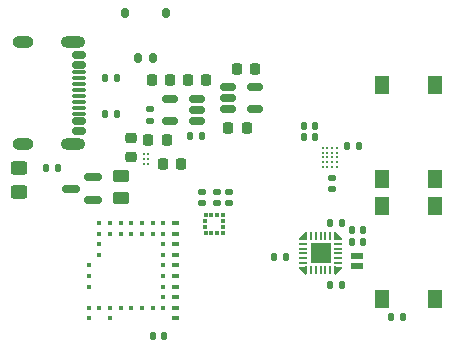
<source format=gbr>
%TF.GenerationSoftware,KiCad,Pcbnew,9.0.1+1*%
%TF.CreationDate,2025-09-06T09:54:07+00:00*%
%TF.ProjectId,ZSWatch-Heartrate-DevKit,5a535761-7463-4682-9d48-656172747261,1.3.0*%
%TF.SameCoordinates,Original*%
%TF.FileFunction,Paste,Top*%
%TF.FilePolarity,Positive*%
%FSLAX46Y46*%
G04 Gerber Fmt 4.6, Leading zero omitted, Abs format (unit mm)*
G04 Created by KiCad (PCBNEW 9.0.1+1) date 2025-09-06 09:54:07*
%MOMM*%
%LPD*%
G01*
G04 APERTURE LIST*
G04 Aperture macros list*
%AMRoundRect*
0 Rectangle with rounded corners*
0 $1 Rounding radius*
0 $2 $3 $4 $5 $6 $7 $8 $9 X,Y pos of 4 corners*
0 Add a 4 corners polygon primitive as box body*
4,1,4,$2,$3,$4,$5,$6,$7,$8,$9,$2,$3,0*
0 Add four circle primitives for the rounded corners*
1,1,$1+$1,$2,$3*
1,1,$1+$1,$4,$5*
1,1,$1+$1,$6,$7*
1,1,$1+$1,$8,$9*
0 Add four rect primitives between the rounded corners*
20,1,$1+$1,$2,$3,$4,$5,0*
20,1,$1+$1,$4,$5,$6,$7,0*
20,1,$1+$1,$6,$7,$8,$9,0*
20,1,$1+$1,$8,$9,$2,$3,0*%
%AMOutline4P*
0 Free polygon, 4 corners , with rotation*
0 The origin of the aperture is its center*
0 number of corners: always 4*
0 $1 to $8 corner X, Y*
0 $9 Rotation angle, in degrees counterclockwise*
0 create outline with 4 corners*
4,1,4,$1,$2,$3,$4,$5,$6,$7,$8,$1,$2,$9*%
G04 Aperture macros list end*
%ADD10RoundRect,0.225000X-0.225000X-0.250000X0.225000X-0.250000X0.225000X0.250000X-0.225000X0.250000X0*%
%ADD11RoundRect,0.140000X-0.140000X-0.170000X0.140000X-0.170000X0.140000X0.170000X-0.140000X0.170000X0*%
%ADD12RoundRect,0.140000X0.170000X-0.140000X0.170000X0.140000X-0.170000X0.140000X-0.170000X-0.140000X0*%
%ADD13RoundRect,0.250000X0.450000X-0.262500X0.450000X0.262500X-0.450000X0.262500X-0.450000X-0.262500X0*%
%ADD14C,0.230000*%
%ADD15RoundRect,0.150000X-0.425000X0.150000X-0.425000X-0.150000X0.425000X-0.150000X0.425000X0.150000X0*%
%ADD16RoundRect,0.075000X-0.500000X0.075000X-0.500000X-0.075000X0.500000X-0.075000X0.500000X0.075000X0*%
%ADD17O,2.100000X1.000000*%
%ADD18O,1.800000X1.000000*%
%ADD19RoundRect,0.135000X0.135000X0.185000X-0.135000X0.185000X-0.135000X-0.185000X0.135000X-0.185000X0*%
%ADD20RoundRect,0.135000X0.185000X-0.135000X0.185000X0.135000X-0.185000X0.135000X-0.185000X-0.135000X0*%
%ADD21RoundRect,0.140000X0.140000X0.170000X-0.140000X0.170000X-0.140000X-0.170000X0.140000X-0.170000X0*%
%ADD22RoundRect,0.250000X0.450000X-0.325000X0.450000X0.325000X-0.450000X0.325000X-0.450000X-0.325000X0*%
%ADD23R,1.140000X0.575000*%
%ADD24R,0.200000X0.700000*%
%ADD25Outline4P,-0.360000X-0.180000X0.360000X-0.180000X0.000000X0.180000X0.000000X0.180000X315.000000*%
%ADD26R,0.700000X0.200000*%
%ADD27Outline4P,-0.360000X-0.180000X0.360000X-0.180000X0.000000X0.180000X0.000000X0.180000X45.000000*%
%ADD28Outline4P,-0.360000X-0.180000X0.360000X-0.180000X0.000000X0.180000X0.000000X0.180000X135.000000*%
%ADD29Outline4P,-0.360000X-0.180000X0.360000X-0.180000X0.000000X0.180000X0.000000X0.180000X225.000000*%
%ADD30R,1.701800X1.701800*%
%ADD31RoundRect,0.150000X0.587500X0.150000X-0.587500X0.150000X-0.587500X-0.150000X0.587500X-0.150000X0*%
%ADD32R,1.300000X1.500000*%
%ADD33R,0.350000X0.375000*%
%ADD34R,0.375000X0.350000*%
%ADD35RoundRect,0.150000X-0.512500X-0.150000X0.512500X-0.150000X0.512500X0.150000X-0.512500X0.150000X0*%
%ADD36RoundRect,0.203200X-0.000010X-0.000010X0.000010X-0.000010X0.000010X0.000010X-0.000010X0.000010X0*%
%ADD37R,0.457200X0.406400*%
%ADD38R,0.463000X0.406400*%
%ADD39RoundRect,0.225000X0.225000X0.250000X-0.225000X0.250000X-0.225000X-0.250000X0.225000X-0.250000X0*%
%ADD40RoundRect,0.140000X-0.170000X0.140000X-0.170000X-0.140000X0.170000X-0.140000X0.170000X0.140000X0*%
%ADD41RoundRect,0.135000X-0.135000X-0.185000X0.135000X-0.185000X0.135000X0.185000X-0.135000X0.185000X0*%
%ADD42RoundRect,0.150000X0.512500X0.150000X-0.512500X0.150000X-0.512500X-0.150000X0.512500X-0.150000X0*%
%ADD43RoundRect,0.218750X-0.256250X0.218750X-0.256250X-0.218750X0.256250X-0.218750X0.256250X0.218750X0*%
%ADD44RoundRect,0.150000X0.150000X0.275000X-0.150000X0.275000X-0.150000X-0.275000X0.150000X-0.275000X0*%
%ADD45RoundRect,0.175000X0.175000X0.225000X-0.175000X0.225000X-0.175000X-0.225000X0.175000X-0.225000X0*%
%ADD46C,0.250000*%
G04 APERTURE END LIST*
D10*
%TO.C,C401*%
X195850000Y-148025000D03*
X197400000Y-148025000D03*
%TD*%
D11*
%TO.C,C412*%
X212700000Y-148475000D03*
X213660000Y-148475000D03*
%TD*%
D12*
%TO.C,C416*%
X200400000Y-153335000D03*
X200400000Y-152375000D03*
%TD*%
D13*
%TO.C,R403*%
X193510000Y-152887500D03*
X193510000Y-151062500D03*
%TD*%
D14*
%TO.C,IC402*%
X195450000Y-149225000D03*
X195850000Y-149225000D03*
X195450000Y-149625000D03*
X195850000Y-149625000D03*
X195450000Y-150025000D03*
X195850000Y-150025000D03*
%TD*%
D15*
%TO.C,X401*%
X190005000Y-140830000D03*
X190005000Y-141630000D03*
D16*
X190005000Y-142780000D03*
X190005000Y-143780000D03*
X190005000Y-144280000D03*
X190005000Y-145280000D03*
D15*
X190005000Y-146430000D03*
X190005000Y-147230000D03*
X190005000Y-147230000D03*
X190005000Y-146430000D03*
D16*
X190005000Y-145780000D03*
X190005000Y-144780000D03*
X190005000Y-143280000D03*
X190005000Y-142280000D03*
D15*
X190005000Y-141630000D03*
X190005000Y-140830000D03*
D17*
X189430000Y-139710000D03*
D18*
X185250000Y-139710000D03*
D17*
X189430000Y-148350000D03*
D18*
X185250000Y-148350000D03*
%TD*%
D19*
%TO.C,R401*%
X188210000Y-150350000D03*
X187190000Y-150350000D03*
%TD*%
%TO.C,R409*%
X212210000Y-155000000D03*
X211190000Y-155000000D03*
%TD*%
D11*
%TO.C,C410*%
X213100000Y-155650000D03*
X214060000Y-155650000D03*
%TD*%
D20*
%TO.C,R406*%
X196000000Y-146400000D03*
X196000000Y-145380000D03*
%TD*%
D12*
%TO.C,C411*%
X201700000Y-153335000D03*
X201700000Y-152375000D03*
%TD*%
D11*
%TO.C,C408*%
X213090000Y-156650000D03*
X214050000Y-156650000D03*
%TD*%
D21*
%TO.C,C409*%
X207480000Y-157925000D03*
X206520000Y-157925000D03*
%TD*%
D22*
%TO.C,D401*%
X184900000Y-152400000D03*
X184900000Y-150350000D03*
%TD*%
D23*
%TO.C,Y401*%
X213500000Y-158687500D03*
X213500000Y-157862500D03*
%TD*%
D21*
%TO.C,C417*%
X209980000Y-146775000D03*
X209020000Y-146775000D03*
%TD*%
D24*
%TO.C,IC404*%
X209230000Y-159050000D03*
D25*
X209010000Y-159020000D03*
D26*
X208980000Y-158800000D03*
D24*
X209630000Y-159050000D03*
X210030000Y-159050000D03*
X210430000Y-159050000D03*
X210830000Y-159050000D03*
X211230000Y-159050000D03*
X211630000Y-159050000D03*
D27*
X211850000Y-159020000D03*
D26*
X211880000Y-158800000D03*
X211880000Y-158400000D03*
X211880000Y-158000000D03*
X211880000Y-157600000D03*
X211880000Y-157200000D03*
X211880000Y-156800000D03*
X211880000Y-156400000D03*
D28*
X211850000Y-156180000D03*
D24*
X211630000Y-156150000D03*
X211230000Y-156150000D03*
X210830000Y-156150000D03*
X210430000Y-156150000D03*
X210030000Y-156150000D03*
X209630000Y-156150000D03*
D26*
X208980000Y-156400000D03*
D29*
X209010000Y-156180000D03*
D24*
X209230000Y-156150000D03*
D26*
X208980000Y-156800000D03*
X208980000Y-157200000D03*
X208980000Y-157600000D03*
X208980000Y-158000000D03*
X208980000Y-158400000D03*
D30*
X210430000Y-157600000D03*
%TD*%
D31*
%TO.C,Q401*%
X191200000Y-153075000D03*
X191200000Y-151175000D03*
X189325000Y-152125000D03*
%TD*%
D21*
%TO.C,C406*%
X197180000Y-164600000D03*
X196220000Y-164600000D03*
%TD*%
D19*
%TO.C,R405*%
X193160000Y-145780000D03*
X192140000Y-145780000D03*
%TD*%
D32*
%TO.C,SW401*%
X215600000Y-161500000D03*
X220100000Y-161500000D03*
X215600000Y-153550000D03*
X220100000Y-153550000D03*
%TD*%
D33*
%TO.C,IC406*%
X200687500Y-155867500D03*
X201187500Y-155867500D03*
X201687500Y-155867500D03*
X202187500Y-155867500D03*
D34*
X202200000Y-155355000D03*
X202200000Y-154855000D03*
D33*
X202187500Y-154342500D03*
X201687500Y-154342500D03*
X201187500Y-154342500D03*
X200687500Y-154342500D03*
D34*
X200675000Y-154855000D03*
X200675000Y-155355000D03*
%TD*%
D12*
%TO.C,C414*%
X202700000Y-153335000D03*
X202700000Y-152375000D03*
%TD*%
D35*
%TO.C,IC401*%
X202625000Y-143500000D03*
X202625000Y-144450000D03*
X202625000Y-145400000D03*
X204900000Y-145400000D03*
X204900000Y-143500000D03*
%TD*%
D36*
%TO.C,M401*%
X190817600Y-163113600D03*
X192621000Y-163113600D03*
X198005800Y-163113600D03*
D37*
X198234400Y-163113600D03*
D36*
X190817600Y-162224600D03*
X191706600Y-162224600D03*
X192621000Y-162224600D03*
X193510000Y-162224600D03*
X194399000Y-162224600D03*
X195313400Y-162224600D03*
X196202400Y-162224600D03*
X197116800Y-162224600D03*
X198005800Y-162224600D03*
D37*
X198234400Y-162224600D03*
D36*
X197116800Y-161335600D03*
X198005800Y-161335600D03*
D37*
X198234400Y-161335600D03*
D36*
X190817600Y-160421200D03*
X197116800Y-160421200D03*
X198005800Y-160421200D03*
D37*
X198234400Y-160421200D03*
D36*
X190817600Y-159532200D03*
X197116800Y-159532200D03*
X198005800Y-159532200D03*
D37*
X198234400Y-159532200D03*
D36*
X190817600Y-158617800D03*
X197116800Y-158617800D03*
X198005800Y-158617800D03*
D37*
X198234400Y-158617800D03*
D36*
X191706600Y-157728800D03*
X197116800Y-157728800D03*
X198005800Y-157728800D03*
D37*
X198234400Y-157728800D03*
D36*
X191706600Y-156814400D03*
X197116800Y-156814400D03*
X198005800Y-156814400D03*
D37*
X198234400Y-156814400D03*
D36*
X191706600Y-155925400D03*
X192621000Y-155925400D03*
X193510000Y-155925400D03*
X194399000Y-155925400D03*
X195313400Y-155925400D03*
X196202400Y-155925400D03*
X197116800Y-155925400D03*
X198005800Y-155925400D03*
D37*
X198234400Y-155925400D03*
D36*
X191706600Y-155036400D03*
X192621000Y-155036400D03*
X193510000Y-155036400D03*
X194399000Y-155036400D03*
X195313400Y-155036400D03*
X196202400Y-155036400D03*
X197116800Y-155036400D03*
X198005800Y-155036400D03*
D38*
X198231500Y-155036400D03*
%TD*%
D19*
%TO.C,R407*%
X200410000Y-147675000D03*
X199390000Y-147675000D03*
%TD*%
D39*
%TO.C,C404*%
X204900000Y-141950000D03*
X203350000Y-141950000D03*
%TD*%
D10*
%TO.C,C407*%
X199175000Y-142950000D03*
X200725000Y-142950000D03*
%TD*%
D40*
%TO.C,C413*%
X211400000Y-151215000D03*
X211400000Y-152175000D03*
%TD*%
D19*
%TO.C,R402*%
X217410000Y-162975000D03*
X216390000Y-162975000D03*
%TD*%
D21*
%TO.C,C415*%
X209980000Y-147775000D03*
X209020000Y-147775000D03*
%TD*%
D32*
%TO.C,SW402*%
X220100000Y-143325000D03*
X215600000Y-143325000D03*
X220100000Y-151275000D03*
X215600000Y-151275000D03*
%TD*%
D41*
%TO.C,R404*%
X192140000Y-142780000D03*
X193160000Y-142780000D03*
%TD*%
D42*
%TO.C,IC403*%
X199975000Y-146400000D03*
X199975000Y-145450000D03*
X199975000Y-144500000D03*
X197700000Y-144500000D03*
X197700000Y-146400000D03*
%TD*%
D43*
%TO.C,L401*%
X194350000Y-147837500D03*
X194350000Y-149412500D03*
%TD*%
D41*
%TO.C,R408*%
X211190000Y-160300000D03*
X212210000Y-160300000D03*
%TD*%
D10*
%TO.C,C403*%
X197100000Y-150025000D03*
X198650000Y-150025000D03*
%TD*%
D44*
%TO.C,X402*%
X196200000Y-141025000D03*
X195000000Y-141025000D03*
D45*
X197350000Y-137250000D03*
X193850000Y-137250000D03*
%TD*%
D46*
%TO.C,IC405*%
X211800000Y-148675000D03*
X211800000Y-149075000D03*
X211800000Y-149475000D03*
X211800000Y-149875000D03*
X211800000Y-150275000D03*
X211400000Y-148675000D03*
X211400000Y-149075000D03*
X211400000Y-149475000D03*
X211400000Y-149875000D03*
X211400000Y-150275000D03*
X211000000Y-148675000D03*
X211000000Y-149075000D03*
X211000000Y-149475000D03*
X211000000Y-149875000D03*
X211000000Y-150275000D03*
X210600000Y-148675000D03*
X210600000Y-149075000D03*
X210600000Y-149475000D03*
X210600000Y-149875000D03*
X210600000Y-150275000D03*
%TD*%
D10*
%TO.C,C402*%
X202625000Y-146950000D03*
X204175000Y-146950000D03*
%TD*%
D39*
%TO.C,C405*%
X197700000Y-142950000D03*
X196150000Y-142950000D03*
%TD*%
M02*

</source>
